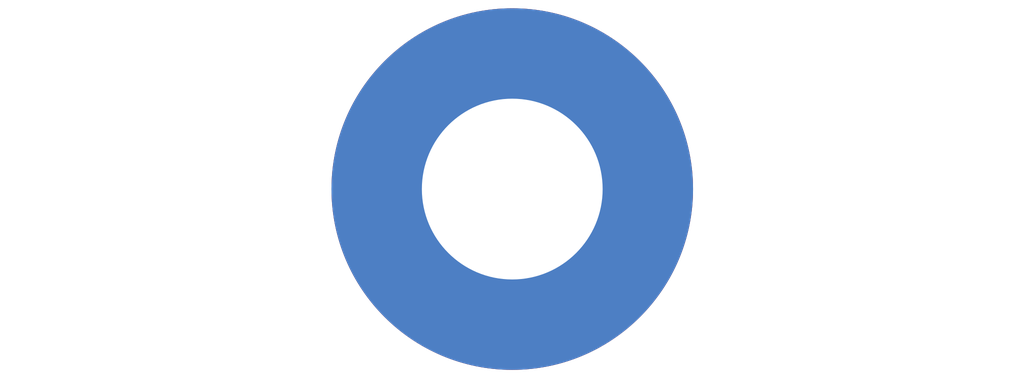
<source format=kicad_pcb>
(kicad_pcb (version 20240108) (generator pcbnew)
  (layers (0 "F.Cu" signal) (31 "B.Cu" signal) (34 "B.Paste" user) (35 "F.Paste" user) (36 "B.SilkS" user "B.Silkscreen") (37 "F.SilkS" user "F.Silkscreen") (38 "B.Mask" user) (39 "F.Mask" user) (44 "Edge.Cuts" user))
  (net 0 "")
  (footprint "MountingHole_6mm_Pad_TopBottom" (layer "F.Cu") (at 0 0)
    (property "Reference" "REF**")
    (property "Value" "MountingHole_6mm_Pad_TopBottom")
    (pad "1" thru_hole circle (at 0 0) (size 6.4 6.4) (drill 6) (layers *.Cu *.Mask) (remove_unused_layers))
    (pad "1" connect circle (at 0 0) (size 12 12) (layers "F.Cu" "F.Mask"))
    (pad "1" connect circle (at 0 0) (size 12 12) (layers "B.Cu" "B.Mask"))
  )
)
</source>
